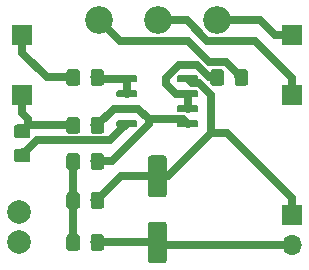
<source format=gbr>
G04 #@! TF.GenerationSoftware,KiCad,Pcbnew,6.0.0-unknown-3fefe01~100~ubuntu19.04.1*
G04 #@! TF.CreationDate,2019-08-17T22:35:10-04:00*
G04 #@! TF.ProjectId,1000WBlender,31303030-5742-46c6-956e-6465722e6b69,rev?*
G04 #@! TF.SameCoordinates,Original*
G04 #@! TF.FileFunction,Copper,L1,Top*
G04 #@! TF.FilePolarity,Positive*
%FSLAX46Y46*%
G04 Gerber Fmt 4.6, Leading zero omitted, Abs format (unit mm)*
G04 Created by KiCad (PCBNEW 6.0.0-unknown-3fefe01~100~ubuntu19.04.1) date 2019-08-17 22:35:10*
%MOMM*%
%LPD*%
G04 APERTURE LIST*
%ADD10C,2.000000*%
%ADD11C,0.100000*%
%ADD12C,0.600000*%
%ADD13C,1.600000*%
%ADD14C,1.150000*%
%ADD15R,1.700000X1.700000*%
%ADD16O,1.700000X1.700000*%
%ADD17C,2.340000*%
%ADD18C,0.635000*%
G04 APERTURE END LIST*
D10*
X138176000Y-143256000D03*
X138176000Y-145796000D03*
D11*
G36*
X153217403Y-131664418D02*
G01*
X153266066Y-131696934D01*
X153298582Y-131745597D01*
X153310000Y-131803000D01*
X153310000Y-132103000D01*
X153298582Y-132160403D01*
X153266066Y-132209066D01*
X153217403Y-132241582D01*
X153160000Y-132253000D01*
X151710000Y-132253000D01*
X151652597Y-132241582D01*
X151603934Y-132209066D01*
X151571418Y-132160403D01*
X151560000Y-132103000D01*
X151560000Y-131803000D01*
X151571418Y-131745597D01*
X151603934Y-131696934D01*
X151652597Y-131664418D01*
X151710000Y-131653000D01*
X153160000Y-131653000D01*
X153217403Y-131664418D01*
X153217403Y-131664418D01*
G37*
D12*
X152435000Y-131953000D03*
D11*
G36*
X153217403Y-132934418D02*
G01*
X153266066Y-132966934D01*
X153298582Y-133015597D01*
X153310000Y-133073000D01*
X153310000Y-133373000D01*
X153298582Y-133430403D01*
X153266066Y-133479066D01*
X153217403Y-133511582D01*
X153160000Y-133523000D01*
X151710000Y-133523000D01*
X151652597Y-133511582D01*
X151603934Y-133479066D01*
X151571418Y-133430403D01*
X151560000Y-133373000D01*
X151560000Y-133073000D01*
X151571418Y-133015597D01*
X151603934Y-132966934D01*
X151652597Y-132934418D01*
X151710000Y-132923000D01*
X153160000Y-132923000D01*
X153217403Y-132934418D01*
X153217403Y-132934418D01*
G37*
D12*
X152435000Y-133223000D03*
D11*
G36*
X153217403Y-134204418D02*
G01*
X153266066Y-134236934D01*
X153298582Y-134285597D01*
X153310000Y-134343000D01*
X153310000Y-134643000D01*
X153298582Y-134700403D01*
X153266066Y-134749066D01*
X153217403Y-134781582D01*
X153160000Y-134793000D01*
X151710000Y-134793000D01*
X151652597Y-134781582D01*
X151603934Y-134749066D01*
X151571418Y-134700403D01*
X151560000Y-134643000D01*
X151560000Y-134343000D01*
X151571418Y-134285597D01*
X151603934Y-134236934D01*
X151652597Y-134204418D01*
X151710000Y-134193000D01*
X153160000Y-134193000D01*
X153217403Y-134204418D01*
X153217403Y-134204418D01*
G37*
D12*
X152435000Y-134493000D03*
D11*
G36*
X153217403Y-135474418D02*
G01*
X153266066Y-135506934D01*
X153298582Y-135555597D01*
X153310000Y-135613000D01*
X153310000Y-135913000D01*
X153298582Y-135970403D01*
X153266066Y-136019066D01*
X153217403Y-136051582D01*
X153160000Y-136063000D01*
X151710000Y-136063000D01*
X151652597Y-136051582D01*
X151603934Y-136019066D01*
X151571418Y-135970403D01*
X151560000Y-135913000D01*
X151560000Y-135613000D01*
X151571418Y-135555597D01*
X151603934Y-135506934D01*
X151652597Y-135474418D01*
X151710000Y-135463000D01*
X153160000Y-135463000D01*
X153217403Y-135474418D01*
X153217403Y-135474418D01*
G37*
D12*
X152435000Y-135763000D03*
D11*
G36*
X148067403Y-135474418D02*
G01*
X148116066Y-135506934D01*
X148148582Y-135555597D01*
X148160000Y-135613000D01*
X148160000Y-135913000D01*
X148148582Y-135970403D01*
X148116066Y-136019066D01*
X148067403Y-136051582D01*
X148010000Y-136063000D01*
X146560000Y-136063000D01*
X146502597Y-136051582D01*
X146453934Y-136019066D01*
X146421418Y-135970403D01*
X146410000Y-135913000D01*
X146410000Y-135613000D01*
X146421418Y-135555597D01*
X146453934Y-135506934D01*
X146502597Y-135474418D01*
X146560000Y-135463000D01*
X148010000Y-135463000D01*
X148067403Y-135474418D01*
X148067403Y-135474418D01*
G37*
D12*
X147285000Y-135763000D03*
D11*
G36*
X148067403Y-134204418D02*
G01*
X148116066Y-134236934D01*
X148148582Y-134285597D01*
X148160000Y-134343000D01*
X148160000Y-134643000D01*
X148148582Y-134700403D01*
X148116066Y-134749066D01*
X148067403Y-134781582D01*
X148010000Y-134793000D01*
X146560000Y-134793000D01*
X146502597Y-134781582D01*
X146453934Y-134749066D01*
X146421418Y-134700403D01*
X146410000Y-134643000D01*
X146410000Y-134343000D01*
X146421418Y-134285597D01*
X146453934Y-134236934D01*
X146502597Y-134204418D01*
X146560000Y-134193000D01*
X148010000Y-134193000D01*
X148067403Y-134204418D01*
X148067403Y-134204418D01*
G37*
D12*
X147285000Y-134493000D03*
D11*
G36*
X148067403Y-132934418D02*
G01*
X148116066Y-132966934D01*
X148148582Y-133015597D01*
X148160000Y-133073000D01*
X148160000Y-133373000D01*
X148148582Y-133430403D01*
X148116066Y-133479066D01*
X148067403Y-133511582D01*
X148010000Y-133523000D01*
X146560000Y-133523000D01*
X146502597Y-133511582D01*
X146453934Y-133479066D01*
X146421418Y-133430403D01*
X146410000Y-133373000D01*
X146410000Y-133073000D01*
X146421418Y-133015597D01*
X146453934Y-132966934D01*
X146502597Y-132934418D01*
X146560000Y-132923000D01*
X148010000Y-132923000D01*
X148067403Y-132934418D01*
X148067403Y-132934418D01*
G37*
D12*
X147285000Y-133223000D03*
D11*
G36*
X148067403Y-131664418D02*
G01*
X148116066Y-131696934D01*
X148148582Y-131745597D01*
X148160000Y-131803000D01*
X148160000Y-132103000D01*
X148148582Y-132160403D01*
X148116066Y-132209066D01*
X148067403Y-132241582D01*
X148010000Y-132253000D01*
X146560000Y-132253000D01*
X146502597Y-132241582D01*
X146453934Y-132209066D01*
X146421418Y-132160403D01*
X146410000Y-132103000D01*
X146410000Y-131803000D01*
X146421418Y-131745597D01*
X146453934Y-131696934D01*
X146502597Y-131664418D01*
X146560000Y-131653000D01*
X148010000Y-131653000D01*
X148067403Y-131664418D01*
X148067403Y-131664418D01*
G37*
D12*
X147285000Y-131953000D03*
D11*
G36*
X150505671Y-144071030D02*
G01*
X150586777Y-144125223D01*
X150640970Y-144206329D01*
X150660000Y-144302000D01*
X150660000Y-147302000D01*
X150640970Y-147397671D01*
X150586777Y-147478777D01*
X150505671Y-147532970D01*
X150410000Y-147552000D01*
X149310000Y-147552000D01*
X149214329Y-147532970D01*
X149133223Y-147478777D01*
X149079030Y-147397671D01*
X149060000Y-147302000D01*
X149060000Y-144302000D01*
X149079030Y-144206329D01*
X149133223Y-144125223D01*
X149214329Y-144071030D01*
X149310000Y-144052000D01*
X150410000Y-144052000D01*
X150505671Y-144071030D01*
X150505671Y-144071030D01*
G37*
D13*
X149860000Y-145802000D03*
D11*
G36*
X150505671Y-138471030D02*
G01*
X150586777Y-138525223D01*
X150640970Y-138606329D01*
X150660000Y-138702000D01*
X150660000Y-141702000D01*
X150640970Y-141797671D01*
X150586777Y-141878777D01*
X150505671Y-141932970D01*
X150410000Y-141952000D01*
X149310000Y-141952000D01*
X149214329Y-141932970D01*
X149133223Y-141878777D01*
X149079030Y-141797671D01*
X149060000Y-141702000D01*
X149060000Y-138702000D01*
X149079030Y-138606329D01*
X149133223Y-138525223D01*
X149214329Y-138471030D01*
X149310000Y-138452000D01*
X150410000Y-138452000D01*
X150505671Y-138471030D01*
X150505671Y-138471030D01*
G37*
D13*
X149860000Y-140202000D03*
D11*
G36*
X143159671Y-135209030D02*
G01*
X143240777Y-135263223D01*
X143294970Y-135344329D01*
X143314000Y-135439999D01*
X143314000Y-136340001D01*
X143294970Y-136435671D01*
X143240777Y-136516777D01*
X143159671Y-136570970D01*
X143064001Y-136590000D01*
X142413999Y-136590000D01*
X142318329Y-136570970D01*
X142237223Y-136516777D01*
X142183030Y-136435671D01*
X142164000Y-136340001D01*
X142164000Y-135439999D01*
X142183030Y-135344329D01*
X142237223Y-135263223D01*
X142318329Y-135209030D01*
X142413999Y-135190000D01*
X143064001Y-135190000D01*
X143159671Y-135209030D01*
X143159671Y-135209030D01*
G37*
D14*
X142739000Y-135890000D03*
D11*
G36*
X145209671Y-135209030D02*
G01*
X145290777Y-135263223D01*
X145344970Y-135344329D01*
X145364000Y-135439999D01*
X145364000Y-136340001D01*
X145344970Y-136435671D01*
X145290777Y-136516777D01*
X145209671Y-136570970D01*
X145114001Y-136590000D01*
X144463999Y-136590000D01*
X144368329Y-136570970D01*
X144287223Y-136516777D01*
X144233030Y-136435671D01*
X144214000Y-136340001D01*
X144214000Y-135439999D01*
X144233030Y-135344329D01*
X144287223Y-135263223D01*
X144368329Y-135209030D01*
X144463999Y-135190000D01*
X145114001Y-135190000D01*
X145209671Y-135209030D01*
X145209671Y-135209030D01*
G37*
D14*
X144789000Y-135890000D03*
D11*
G36*
X145209671Y-131145030D02*
G01*
X145290777Y-131199223D01*
X145344970Y-131280329D01*
X145364000Y-131375999D01*
X145364000Y-132276001D01*
X145344970Y-132371671D01*
X145290777Y-132452777D01*
X145209671Y-132506970D01*
X145114001Y-132526000D01*
X144463999Y-132526000D01*
X144368329Y-132506970D01*
X144287223Y-132452777D01*
X144233030Y-132371671D01*
X144214000Y-132276001D01*
X144214000Y-131375999D01*
X144233030Y-131280329D01*
X144287223Y-131199223D01*
X144368329Y-131145030D01*
X144463999Y-131126000D01*
X145114001Y-131126000D01*
X145209671Y-131145030D01*
X145209671Y-131145030D01*
G37*
D14*
X144789000Y-131826000D03*
D11*
G36*
X143159671Y-131145030D02*
G01*
X143240777Y-131199223D01*
X143294970Y-131280329D01*
X143314000Y-131375999D01*
X143314000Y-132276001D01*
X143294970Y-132371671D01*
X143240777Y-132452777D01*
X143159671Y-132506970D01*
X143064001Y-132526000D01*
X142413999Y-132526000D01*
X142318329Y-132506970D01*
X142237223Y-132452777D01*
X142183030Y-132371671D01*
X142164000Y-132276001D01*
X142164000Y-131375999D01*
X142183030Y-131280329D01*
X142237223Y-131199223D01*
X142318329Y-131145030D01*
X142413999Y-131126000D01*
X143064001Y-131126000D01*
X143159671Y-131145030D01*
X143159671Y-131145030D01*
G37*
D14*
X142739000Y-131826000D03*
D11*
G36*
X155351671Y-131145030D02*
G01*
X155432777Y-131199223D01*
X155486970Y-131280329D01*
X155506000Y-131375999D01*
X155506000Y-132276001D01*
X155486970Y-132371671D01*
X155432777Y-132452777D01*
X155351671Y-132506970D01*
X155256001Y-132526000D01*
X154605999Y-132526000D01*
X154510329Y-132506970D01*
X154429223Y-132452777D01*
X154375030Y-132371671D01*
X154356000Y-132276001D01*
X154356000Y-131375999D01*
X154375030Y-131280329D01*
X154429223Y-131199223D01*
X154510329Y-131145030D01*
X154605999Y-131126000D01*
X155256001Y-131126000D01*
X155351671Y-131145030D01*
X155351671Y-131145030D01*
G37*
D14*
X154931000Y-131826000D03*
D11*
G36*
X157401671Y-131145030D02*
G01*
X157482777Y-131199223D01*
X157536970Y-131280329D01*
X157556000Y-131375999D01*
X157556000Y-132276001D01*
X157536970Y-132371671D01*
X157482777Y-132452777D01*
X157401671Y-132506970D01*
X157306001Y-132526000D01*
X156655999Y-132526000D01*
X156560329Y-132506970D01*
X156479223Y-132452777D01*
X156425030Y-132371671D01*
X156406000Y-132276001D01*
X156406000Y-131375999D01*
X156425030Y-131280329D01*
X156479223Y-131199223D01*
X156560329Y-131145030D01*
X156655999Y-131126000D01*
X157306001Y-131126000D01*
X157401671Y-131145030D01*
X157401671Y-131145030D01*
G37*
D14*
X156981000Y-131826000D03*
D15*
X161290000Y-133350000D03*
X161290000Y-128270000D03*
X138430000Y-128270000D03*
X138430000Y-133350000D03*
D16*
X161290000Y-146050000D03*
D15*
X161290000Y-143510000D03*
D17*
X154940000Y-127000000D03*
X149940000Y-127000000D03*
X144940000Y-127000000D03*
D11*
G36*
X143159671Y-141559030D02*
G01*
X143240777Y-141613223D01*
X143294970Y-141694329D01*
X143314000Y-141789999D01*
X143314000Y-142690001D01*
X143294970Y-142785671D01*
X143240777Y-142866777D01*
X143159671Y-142920970D01*
X143064001Y-142940000D01*
X142413999Y-142940000D01*
X142318329Y-142920970D01*
X142237223Y-142866777D01*
X142183030Y-142785671D01*
X142164000Y-142690001D01*
X142164000Y-141789999D01*
X142183030Y-141694329D01*
X142237223Y-141613223D01*
X142318329Y-141559030D01*
X142413999Y-141540000D01*
X143064001Y-141540000D01*
X143159671Y-141559030D01*
X143159671Y-141559030D01*
G37*
D14*
X142739000Y-142240000D03*
D11*
G36*
X145209671Y-141559030D02*
G01*
X145290777Y-141613223D01*
X145344970Y-141694329D01*
X145364000Y-141789999D01*
X145364000Y-142690001D01*
X145344970Y-142785671D01*
X145290777Y-142866777D01*
X145209671Y-142920970D01*
X145114001Y-142940000D01*
X144463999Y-142940000D01*
X144368329Y-142920970D01*
X144287223Y-142866777D01*
X144233030Y-142785671D01*
X144214000Y-142690001D01*
X144214000Y-141789999D01*
X144233030Y-141694329D01*
X144287223Y-141613223D01*
X144368329Y-141559030D01*
X144463999Y-141540000D01*
X145114001Y-141540000D01*
X145209671Y-141559030D01*
X145209671Y-141559030D01*
G37*
D14*
X144789000Y-142240000D03*
D11*
G36*
X145209671Y-145115030D02*
G01*
X145290777Y-145169223D01*
X145344970Y-145250329D01*
X145364000Y-145345999D01*
X145364000Y-146246001D01*
X145344970Y-146341671D01*
X145290777Y-146422777D01*
X145209671Y-146476970D01*
X145114001Y-146496000D01*
X144463999Y-146496000D01*
X144368329Y-146476970D01*
X144287223Y-146422777D01*
X144233030Y-146341671D01*
X144214000Y-146246001D01*
X144214000Y-145345999D01*
X144233030Y-145250329D01*
X144287223Y-145169223D01*
X144368329Y-145115030D01*
X144463999Y-145096000D01*
X145114001Y-145096000D01*
X145209671Y-145115030D01*
X145209671Y-145115030D01*
G37*
D14*
X144789000Y-145796000D03*
D11*
G36*
X143159671Y-145115030D02*
G01*
X143240777Y-145169223D01*
X143294970Y-145250329D01*
X143314000Y-145345999D01*
X143314000Y-146246001D01*
X143294970Y-146341671D01*
X143240777Y-146422777D01*
X143159671Y-146476970D01*
X143064001Y-146496000D01*
X142413999Y-146496000D01*
X142318329Y-146476970D01*
X142237223Y-146422777D01*
X142183030Y-146341671D01*
X142164000Y-146246001D01*
X142164000Y-145345999D01*
X142183030Y-145250329D01*
X142237223Y-145169223D01*
X142318329Y-145115030D01*
X142413999Y-145096000D01*
X143064001Y-145096000D01*
X143159671Y-145115030D01*
X143159671Y-145115030D01*
G37*
D14*
X142739000Y-145796000D03*
D11*
G36*
X145209671Y-138257030D02*
G01*
X145290777Y-138311223D01*
X145344970Y-138392329D01*
X145364000Y-138487999D01*
X145364000Y-139388001D01*
X145344970Y-139483671D01*
X145290777Y-139564777D01*
X145209671Y-139618970D01*
X145114001Y-139638000D01*
X144463999Y-139638000D01*
X144368329Y-139618970D01*
X144287223Y-139564777D01*
X144233030Y-139483671D01*
X144214000Y-139388001D01*
X144214000Y-138487999D01*
X144233030Y-138392329D01*
X144287223Y-138311223D01*
X144368329Y-138257030D01*
X144463999Y-138238000D01*
X145114001Y-138238000D01*
X145209671Y-138257030D01*
X145209671Y-138257030D01*
G37*
D14*
X144789000Y-138938000D03*
D11*
G36*
X143159671Y-138257030D02*
G01*
X143240777Y-138311223D01*
X143294970Y-138392329D01*
X143314000Y-138487999D01*
X143314000Y-139388001D01*
X143294970Y-139483671D01*
X143240777Y-139564777D01*
X143159671Y-139618970D01*
X143064001Y-139638000D01*
X142413999Y-139638000D01*
X142318329Y-139618970D01*
X142237223Y-139564777D01*
X142183030Y-139483671D01*
X142164000Y-139388001D01*
X142164000Y-138487999D01*
X142183030Y-138392329D01*
X142237223Y-138311223D01*
X142318329Y-138257030D01*
X142413999Y-138238000D01*
X143064001Y-138238000D01*
X143159671Y-138257030D01*
X143159671Y-138257030D01*
G37*
D14*
X142739000Y-138938000D03*
D11*
G36*
X138975671Y-137883030D02*
G01*
X139056777Y-137937223D01*
X139110970Y-138018329D01*
X139130000Y-138113999D01*
X139130000Y-138764001D01*
X139110970Y-138859671D01*
X139056777Y-138940777D01*
X138975671Y-138994970D01*
X138880001Y-139014000D01*
X137979999Y-139014000D01*
X137884329Y-138994970D01*
X137803223Y-138940777D01*
X137749030Y-138859671D01*
X137730000Y-138764001D01*
X137730000Y-138113999D01*
X137749030Y-138018329D01*
X137803223Y-137937223D01*
X137884329Y-137883030D01*
X137979999Y-137864000D01*
X138880001Y-137864000D01*
X138975671Y-137883030D01*
X138975671Y-137883030D01*
G37*
D14*
X138430000Y-138439000D03*
D11*
G36*
X138975671Y-135833030D02*
G01*
X139056777Y-135887223D01*
X139110970Y-135968329D01*
X139130000Y-136063999D01*
X139130000Y-136714001D01*
X139110970Y-136809671D01*
X139056777Y-136890777D01*
X138975671Y-136944970D01*
X138880001Y-136964000D01*
X137979999Y-136964000D01*
X137884329Y-136944970D01*
X137803223Y-136890777D01*
X137749030Y-136809671D01*
X137730000Y-136714001D01*
X137730000Y-136063999D01*
X137749030Y-135968329D01*
X137803223Y-135887223D01*
X137884329Y-135833030D01*
X137979999Y-135814000D01*
X138880001Y-135814000D01*
X138975671Y-135833030D01*
X138975671Y-135833030D01*
G37*
D14*
X138430000Y-136389000D03*
D18*
X161290000Y-146050000D02*
X150108000Y-146050000D01*
X150108000Y-146050000D02*
X149860000Y-145802000D01*
X144789000Y-145796000D02*
X149854000Y-145796000D01*
X149854000Y-145796000D02*
X149860000Y-145802000D01*
X144789000Y-138938000D02*
X146003650Y-138938000D01*
X146003650Y-138938000D02*
X149159290Y-135782360D01*
X149159290Y-135782360D02*
X149159290Y-135392290D01*
X138430000Y-138439000D02*
X139707490Y-137161510D01*
X145886490Y-137161510D02*
X146914290Y-136133710D01*
X139707490Y-137161510D02*
X145886490Y-137161510D01*
X146914290Y-136133710D02*
X147285000Y-135763000D01*
X154256000Y-131826000D02*
X154931000Y-131826000D01*
X152362578Y-127000000D02*
X151594629Y-127000000D01*
X161290000Y-131865000D02*
X158166501Y-128741501D01*
X161290000Y-133350000D02*
X161290000Y-131865000D01*
X150622000Y-132385000D02*
X150622000Y-131872350D01*
X152455599Y-128741501D02*
X146681501Y-128741501D01*
X151460000Y-133223000D02*
X150622000Y-132385000D01*
X154268588Y-130554490D02*
X152455599Y-128741501D01*
X153240000Y-130810000D02*
X154256000Y-131826000D01*
X152435000Y-133223000D02*
X151460000Y-133223000D01*
X158166501Y-128741501D02*
X154104079Y-128741501D01*
X151684350Y-130810000D02*
X153240000Y-130810000D01*
X154104079Y-128741501D02*
X152362578Y-127000000D01*
X150622000Y-131872350D02*
X151684350Y-130810000D01*
X151594629Y-127000000D02*
X149940000Y-127000000D01*
X156981000Y-131826000D02*
X155709490Y-130554490D01*
X146109999Y-128169999D02*
X144940000Y-127000000D01*
X155709490Y-130554490D02*
X154268588Y-130554490D01*
X146681501Y-128741501D02*
X146109999Y-128169999D01*
X161290000Y-143510000D02*
X161290000Y-142025000D01*
X161290000Y-142025000D02*
X155795000Y-136530000D01*
X155795000Y-136530000D02*
X154432000Y-136530000D01*
X154432000Y-133326350D02*
X154432000Y-136530000D01*
X154432000Y-136530000D02*
X150760000Y-140202000D01*
X150760000Y-140202000D02*
X149860000Y-140202000D01*
X152805710Y-132323710D02*
X153429360Y-132323710D01*
X152435000Y-131953000D02*
X152805710Y-132323710D01*
X153429360Y-132323710D02*
X154432000Y-133326350D01*
X152064290Y-135392290D02*
X149159290Y-135392290D01*
X148260000Y-134493000D02*
X147285000Y-134493000D01*
X146186000Y-134493000D02*
X147285000Y-134493000D01*
X144789000Y-135890000D02*
X146186000Y-134493000D01*
X149159290Y-135392290D02*
X148260000Y-134493000D01*
X152435000Y-135763000D02*
X152064290Y-135392290D01*
X159805000Y-128270000D02*
X158535000Y-127000000D01*
X158535000Y-127000000D02*
X154940000Y-127000000D01*
X161290000Y-128270000D02*
X159805000Y-128270000D01*
X152435000Y-134493000D02*
X152435000Y-133223000D01*
X144789000Y-142240000D02*
X146827000Y-140202000D01*
X146827000Y-140202000D02*
X149860000Y-140202000D01*
X142739000Y-145796000D02*
X142739000Y-142240000D01*
X142739000Y-138938000D02*
X142739000Y-142240000D01*
X147285000Y-131953000D02*
X144916000Y-131953000D01*
X144916000Y-131953000D02*
X144789000Y-131826000D01*
X147285000Y-133223000D02*
X147285000Y-131953000D01*
X138430000Y-133350000D02*
X138430000Y-134835000D01*
X138430000Y-134835000D02*
X138929000Y-135334000D01*
X138929000Y-135334000D02*
X138929000Y-135890000D01*
X142739000Y-135890000D02*
X138929000Y-135890000D01*
X138929000Y-135890000D02*
X138430000Y-136389000D01*
X142739000Y-131826000D02*
X140501000Y-131826000D01*
X140501000Y-131826000D02*
X138430000Y-129755000D01*
X138430000Y-129755000D02*
X138430000Y-128270000D01*
M02*

</source>
